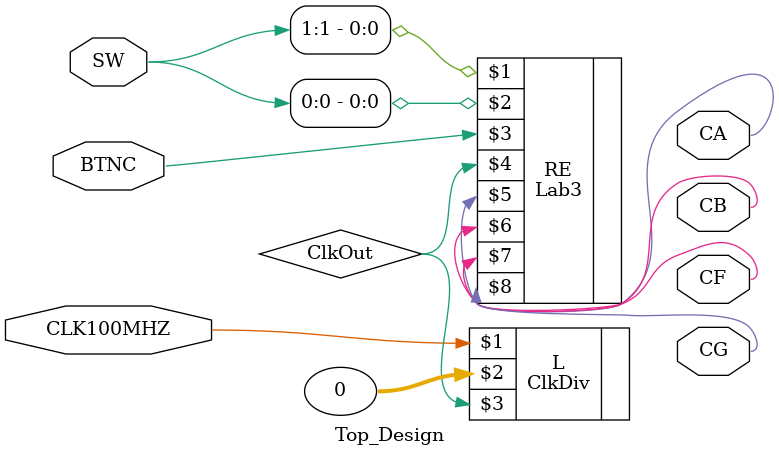
<source format=v>
`timescale 1ns / 1ps

module Top_Design(CLK100MHZ, BTNC, SW, CA, CB, CF, CG);
    input CLK100MHZ, BTNC;
    input [1:0] SW; //SW[1] is L, SW[0] is R
    output CA, CB, CF, CG;
    wire ClkOut;
    Lab3 RE(SW[1], SW[0], BTNC, ClkOut, CA, CB, CF, CG);
    ClkDiv L(CLK100MHZ, 0, ClkOut);
    
        
	//start writing your code below by instantiating the components
	//used for lab 3 top-level design which are ClkDiv and the light-sequence generator

    
endmodule
</source>
